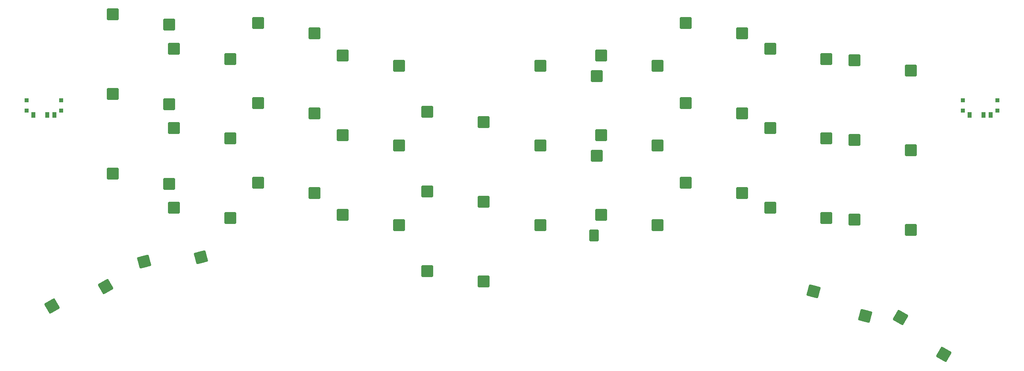
<source format=gbr>
%TF.GenerationSoftware,KiCad,Pcbnew,7.0.6*%
%TF.CreationDate,2023-10-10T10:55:06+08:00*%
%TF.ProjectId,sweepbling-lp__pcb,73776565-7062-46c6-996e-672d6c705f5f,rev?*%
%TF.SameCoordinates,Original*%
%TF.FileFunction,Paste,Bot*%
%TF.FilePolarity,Positive*%
%FSLAX46Y46*%
G04 Gerber Fmt 4.6, Leading zero omitted, Abs format (unit mm)*
G04 Created by KiCad (PCBNEW 7.0.6) date 2023-10-10 10:55:06*
%MOMM*%
%LPD*%
G01*
G04 APERTURE LIST*
G04 Aperture macros list*
%AMRoundRect*
0 Rectangle with rounded corners*
0 $1 Rounding radius*
0 $2 $3 $4 $5 $6 $7 $8 $9 X,Y pos of 4 corners*
0 Add a 4 corners polygon primitive as box body*
4,1,4,$2,$3,$4,$5,$6,$7,$8,$9,$2,$3,0*
0 Add four circle primitives for the rounded corners*
1,1,$1+$1,$2,$3*
1,1,$1+$1,$4,$5*
1,1,$1+$1,$6,$7*
1,1,$1+$1,$8,$9*
0 Add four rect primitives between the rounded corners*
20,1,$1+$1,$2,$3,$4,$5,0*
20,1,$1+$1,$4,$5,$6,$7,0*
20,1,$1+$1,$6,$7,$8,$9,0*
20,1,$1+$1,$8,$9,$2,$3,0*%
G04 Aperture macros list end*
%ADD10RoundRect,0.250000X1.025000X1.000000X-1.025000X1.000000X-1.025000X-1.000000X1.025000X-1.000000X0*%
%ADD11RoundRect,0.250000X1.387676X0.353525X-0.387676X1.378525X-1.387676X-0.353525X0.387676X-1.378525X0*%
%ADD12RoundRect,0.250000X1.248893X0.700636X-0.731255X1.231215X-1.248893X-0.700636X0.731255X-1.231215X0*%
%ADD13RoundRect,0.250000X-1.025000X-1.000000X1.025000X-1.000000X1.025000X1.000000X-1.025000X1.000000X0*%
%ADD14RoundRect,0.200000X-0.800000X-1.050000X0.800000X-1.050000X0.800000X1.050000X-0.800000X1.050000X0*%
%ADD15RoundRect,0.250000X-0.731255X-1.231215X1.248893X-0.700636X0.731255X1.231215X-1.248893X0.700636X0*%
%ADD16RoundRect,0.250000X-0.387676X-1.378525X1.387676X-0.353525X0.387676X1.378525X-1.387676X0.353525X0*%
%ADD17R,0.900000X0.900000*%
%ADD18R,0.900000X1.250000*%
G04 APERTURE END LIST*
D10*
%TO.C,SW13*%
X179356000Y-70516000D03*
X167356000Y-68316000D03*
%TD*%
D11*
%TO.C,SW17*%
X222417089Y-105028152D03*
X213124784Y-97122897D03*
%TD*%
D10*
%TO.C,SW12*%
X161356000Y-77374000D03*
X149356000Y-75174000D03*
%TD*%
D12*
%TO.C,SW16*%
X205653826Y-96783422D03*
X194632118Y-91552556D03*
%TD*%
D10*
%TO.C,SW14*%
X197356000Y-75850000D03*
X185356000Y-73650000D03*
%TD*%
%TO.C,SW15*%
X215336000Y-78390000D03*
X203336000Y-76190000D03*
%TD*%
%TO.C,SW3*%
X179356000Y-36382000D03*
X167356000Y-34182000D03*
%TD*%
%TO.C,SW2*%
X161356000Y-43382000D03*
X149356000Y-41182000D03*
%TD*%
%TO.C,SW7*%
X161356000Y-60356000D03*
X149356000Y-58156000D03*
%TD*%
D13*
%TO.C,SW11*%
X136356000Y-77382000D03*
D14*
X147806000Y-79582000D03*
%TD*%
D10*
%TO.C,SW10*%
X215336000Y-61372000D03*
X203336000Y-59172000D03*
%TD*%
%TO.C,SW9*%
X197356000Y-58832000D03*
X185356000Y-56632000D03*
%TD*%
D13*
%TO.C,SW6*%
X136356000Y-60382000D03*
X148356000Y-62582000D03*
%TD*%
D10*
%TO.C,SW5*%
X215356000Y-44382000D03*
X203356000Y-42182000D03*
%TD*%
%TO.C,SW4*%
X197356000Y-41882000D03*
X185356000Y-39682000D03*
%TD*%
D13*
%TO.C,SW1*%
X136356000Y-43382000D03*
X148356000Y-45582000D03*
%TD*%
D10*
%TO.C,SW8*%
X179356000Y-53498000D03*
X167356000Y-51298000D03*
%TD*%
D13*
%TO.C,SW15_r1*%
X45186000Y-66390000D03*
X57186000Y-68590000D03*
%TD*%
D10*
%TO.C,SW9_r1*%
X70200000Y-58832000D03*
X58200000Y-56632000D03*
%TD*%
%TO.C,SW13_r1*%
X88188000Y-70516000D03*
X76188000Y-68316000D03*
%TD*%
%TO.C,SW12_r1*%
X106214000Y-77374000D03*
X94214000Y-75174000D03*
%TD*%
D13*
%TO.C,SW5_r1*%
X45186000Y-32382000D03*
X57186000Y-34582000D03*
%TD*%
D10*
%TO.C,SW4_r1*%
X70200000Y-41882000D03*
X58200000Y-39682000D03*
%TD*%
%TO.C,SW1_r1*%
X124232000Y-55382000D03*
X112232000Y-53182000D03*
%TD*%
%TO.C,SW14_r1*%
X70200000Y-75850000D03*
X58200000Y-73650000D03*
%TD*%
%TO.C,SW3_r1*%
X88188000Y-36382000D03*
X76188000Y-34182000D03*
%TD*%
%TO.C,SW11_r1*%
X124232000Y-89382000D03*
X112232000Y-87182000D03*
%TD*%
D13*
%TO.C,SW10_r1*%
X45186000Y-49372000D03*
X57186000Y-51572000D03*
%TD*%
D10*
%TO.C,SW2_r1*%
X106214000Y-43382000D03*
X94214000Y-41182000D03*
%TD*%
%TO.C,SW7_r1*%
X106214000Y-60356000D03*
X94214000Y-58156000D03*
%TD*%
D15*
%TO.C,SW16_r1*%
X51844345Y-85192312D03*
X64004857Y-84211520D03*
%TD*%
D10*
%TO.C,SW8_r1*%
X88188000Y-53498000D03*
X76188000Y-51298000D03*
%TD*%
D16*
%TO.C,SW17_r1*%
X32186911Y-94635848D03*
X43679216Y-90541103D03*
%TD*%
D10*
%TO.C,SW6_r1*%
X124232000Y-72382000D03*
X112232000Y-70182000D03*
%TD*%
D17*
%TO.C,SW_POWER1*%
X233824000Y-52916000D03*
X226424000Y-52916000D03*
X226424000Y-50716000D03*
X233824000Y-50716000D03*
D18*
X227874000Y-53891000D03*
X230874000Y-53891000D03*
X232374000Y-53891000D03*
%TD*%
D17*
%TO.C,SW_POWERR1*%
X26780000Y-52916000D03*
X26780000Y-50716000D03*
X34180000Y-50716000D03*
X34180000Y-52916000D03*
D18*
X28230000Y-53891000D03*
X31230000Y-53891000D03*
X32730000Y-53891000D03*
%TD*%
M02*

</source>
